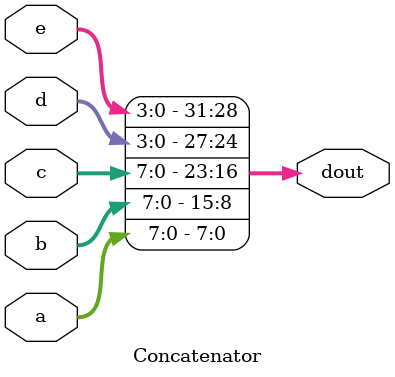
<source format=sv>
module Concatenator(
  input [7:0] a,
  input [7:0] b,
  input [7:0] c,
  input [3:0] d,
  input [3:0] e,
  output [31:0] dout
);
	
  assign dout = {e, d, c, b, a};

endmodule
</source>
